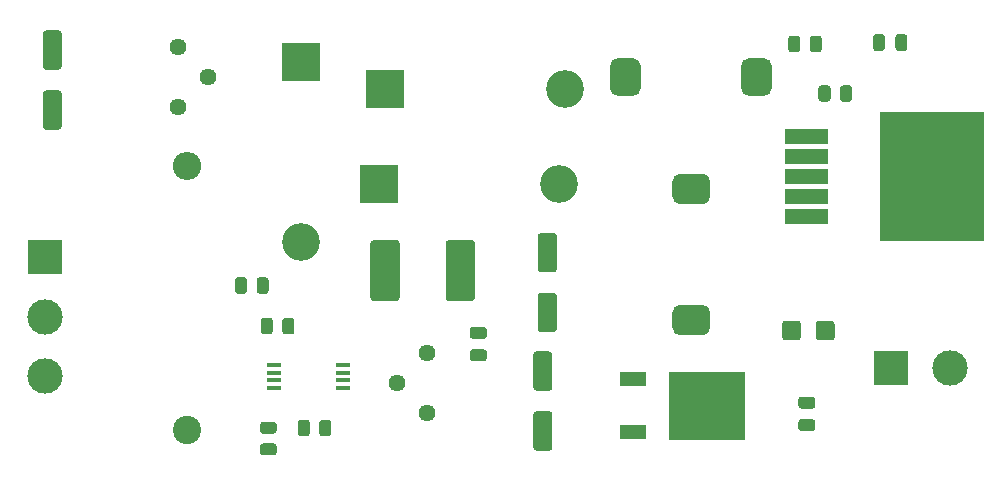
<source format=gbr>
%TF.GenerationSoftware,KiCad,Pcbnew,(5.1.10)-1*%
%TF.CreationDate,2021-08-31T13:48:21-07:00*%
%TF.ProjectId,Power Supply,506f7765-7220-4537-9570-706c792e6b69,rev?*%
%TF.SameCoordinates,Original*%
%TF.FileFunction,Soldermask,Top*%
%TF.FilePolarity,Negative*%
%FSLAX46Y46*%
G04 Gerber Fmt 4.6, Leading zero omitted, Abs format (unit mm)*
G04 Created by KiCad (PCBNEW (5.1.10)-1) date 2021-08-31 13:48:21*
%MOMM*%
%LPD*%
G01*
G04 APERTURE LIST*
%ADD10C,0.010000*%
%ADD11R,1.200000X0.350000*%
%ADD12R,6.400000X5.800000*%
%ADD13R,2.200000X1.200000*%
%ADD14C,1.440000*%
%ADD15O,2.400000X2.400000*%
%ADD16C,2.400000*%
%ADD17C,3.000000*%
%ADD18R,3.000000X3.000000*%
%ADD19O,3.200000X3.200000*%
%ADD20R,3.200000X3.200000*%
G04 APERTURE END LIST*
D10*
%TO.C,U1*%
G36*
X243662000Y-51217000D02*
G01*
X247202000Y-51217000D01*
X247202000Y-52357000D01*
X243662000Y-52357000D01*
X243662000Y-51217000D01*
G37*
X243662000Y-51217000D02*
X247202000Y-51217000D01*
X247202000Y-52357000D01*
X243662000Y-52357000D01*
X243662000Y-51217000D01*
G36*
X243662000Y-49517000D02*
G01*
X247202000Y-49517000D01*
X247202000Y-50657000D01*
X243662000Y-50657000D01*
X243662000Y-49517000D01*
G37*
X243662000Y-49517000D02*
X247202000Y-49517000D01*
X247202000Y-50657000D01*
X243662000Y-50657000D01*
X243662000Y-49517000D01*
G36*
X243662000Y-44417000D02*
G01*
X247202000Y-44417000D01*
X247202000Y-45557000D01*
X243662000Y-45557000D01*
X243662000Y-44417000D01*
G37*
X243662000Y-44417000D02*
X247202000Y-44417000D01*
X247202000Y-45557000D01*
X243662000Y-45557000D01*
X243662000Y-44417000D01*
G36*
X243662000Y-46117000D02*
G01*
X247202000Y-46117000D01*
X247202000Y-47257000D01*
X243662000Y-47257000D01*
X243662000Y-46117000D01*
G37*
X243662000Y-46117000D02*
X247202000Y-46117000D01*
X247202000Y-47257000D01*
X243662000Y-47257000D01*
X243662000Y-46117000D01*
G36*
X243662000Y-47817000D02*
G01*
X247202000Y-47817000D01*
X247202000Y-48957000D01*
X243662000Y-48957000D01*
X243662000Y-47817000D01*
G37*
X243662000Y-47817000D02*
X247202000Y-47817000D01*
X247202000Y-48957000D01*
X243662000Y-48957000D01*
X243662000Y-47817000D01*
G36*
X251662000Y-42967000D02*
G01*
X260402000Y-42967000D01*
X260402000Y-53807000D01*
X251662000Y-53807000D01*
X251662000Y-42967000D01*
G37*
X251662000Y-42967000D02*
X260402000Y-42967000D01*
X260402000Y-53807000D01*
X251662000Y-53807000D01*
X251662000Y-42967000D01*
%TD*%
D11*
%TO.C,U3*%
X200381680Y-64371580D03*
X200381680Y-65021581D03*
X200381680Y-65671581D03*
X200381680Y-66321581D03*
X206231680Y-66321581D03*
X206231680Y-65671581D03*
X206231680Y-65021581D03*
X206231680Y-64371580D03*
%TD*%
D12*
%TO.C,U2*%
X237050000Y-67818000D03*
D13*
X230750000Y-70098000D03*
X230750000Y-65538000D03*
%TD*%
D14*
%TO.C,Current*%
X213360000Y-63373000D03*
X210820000Y-65913000D03*
X213360000Y-68453000D03*
%TD*%
%TO.C,Voltage*%
X192278000Y-42545000D03*
X194818000Y-40005000D03*
X192278000Y-37465000D03*
%TD*%
%TO.C,R7*%
G36*
G01*
X204211500Y-70173001D02*
X204211500Y-69272999D01*
G75*
G02*
X204461499Y-69023000I249999J0D01*
G01*
X204986501Y-69023000D01*
G75*
G02*
X205236500Y-69272999I0J-249999D01*
G01*
X205236500Y-70173001D01*
G75*
G02*
X204986501Y-70423000I-249999J0D01*
G01*
X204461499Y-70423000D01*
G75*
G02*
X204211500Y-70173001I0J249999D01*
G01*
G37*
G36*
G01*
X202386500Y-70173001D02*
X202386500Y-69272999D01*
G75*
G02*
X202636499Y-69023000I249999J0D01*
G01*
X203161501Y-69023000D01*
G75*
G02*
X203411500Y-69272999I0J-249999D01*
G01*
X203411500Y-70173001D01*
G75*
G02*
X203161501Y-70423000I-249999J0D01*
G01*
X202636499Y-70423000D01*
G75*
G02*
X202386500Y-70173001I0J249999D01*
G01*
G37*
%TD*%
%TO.C,R6*%
G36*
G01*
X200348001Y-70212000D02*
X199447999Y-70212000D01*
G75*
G02*
X199198000Y-69962001I0J249999D01*
G01*
X199198000Y-69436999D01*
G75*
G02*
X199447999Y-69187000I249999J0D01*
G01*
X200348001Y-69187000D01*
G75*
G02*
X200598000Y-69436999I0J-249999D01*
G01*
X200598000Y-69962001D01*
G75*
G02*
X200348001Y-70212000I-249999J0D01*
G01*
G37*
G36*
G01*
X200348001Y-72037000D02*
X199447999Y-72037000D01*
G75*
G02*
X199198000Y-71787001I0J249999D01*
G01*
X199198000Y-71261999D01*
G75*
G02*
X199447999Y-71012000I249999J0D01*
G01*
X200348001Y-71012000D01*
G75*
G02*
X200598000Y-71261999I0J-249999D01*
G01*
X200598000Y-71787001D01*
G75*
G02*
X200348001Y-72037000I-249999J0D01*
G01*
G37*
%TD*%
D15*
%TO.C,R5*%
X193040000Y-47498000D03*
D16*
X193040000Y-69898000D03*
%TD*%
%TO.C,R4*%
G36*
G01*
X201083500Y-61537001D02*
X201083500Y-60636999D01*
G75*
G02*
X201333499Y-60387000I249999J0D01*
G01*
X201858501Y-60387000D01*
G75*
G02*
X202108500Y-60636999I0J-249999D01*
G01*
X202108500Y-61537001D01*
G75*
G02*
X201858501Y-61787000I-249999J0D01*
G01*
X201333499Y-61787000D01*
G75*
G02*
X201083500Y-61537001I0J249999D01*
G01*
G37*
G36*
G01*
X199258500Y-61537001D02*
X199258500Y-60636999D01*
G75*
G02*
X199508499Y-60387000I249999J0D01*
G01*
X200033501Y-60387000D01*
G75*
G02*
X200283500Y-60636999I0J-249999D01*
G01*
X200283500Y-61537001D01*
G75*
G02*
X200033501Y-61787000I-249999J0D01*
G01*
X199508499Y-61787000D01*
G75*
G02*
X199258500Y-61537001I0J249999D01*
G01*
G37*
%TD*%
%TO.C,R3*%
G36*
G01*
X198901000Y-58108001D02*
X198901000Y-57207999D01*
G75*
G02*
X199150999Y-56958000I249999J0D01*
G01*
X199676001Y-56958000D01*
G75*
G02*
X199926000Y-57207999I0J-249999D01*
G01*
X199926000Y-58108001D01*
G75*
G02*
X199676001Y-58358000I-249999J0D01*
G01*
X199150999Y-58358000D01*
G75*
G02*
X198901000Y-58108001I0J249999D01*
G01*
G37*
G36*
G01*
X197076000Y-58108001D02*
X197076000Y-57207999D01*
G75*
G02*
X197325999Y-56958000I249999J0D01*
G01*
X197851001Y-56958000D01*
G75*
G02*
X198101000Y-57207999I0J-249999D01*
G01*
X198101000Y-58108001D01*
G75*
G02*
X197851001Y-58358000I-249999J0D01*
G01*
X197325999Y-58358000D01*
G75*
G02*
X197076000Y-58108001I0J249999D01*
G01*
G37*
%TD*%
%TO.C,R2*%
G36*
G01*
X245740500Y-37661001D02*
X245740500Y-36760999D01*
G75*
G02*
X245990499Y-36511000I249999J0D01*
G01*
X246515501Y-36511000D01*
G75*
G02*
X246765500Y-36760999I0J-249999D01*
G01*
X246765500Y-37661001D01*
G75*
G02*
X246515501Y-37911000I-249999J0D01*
G01*
X245990499Y-37911000D01*
G75*
G02*
X245740500Y-37661001I0J249999D01*
G01*
G37*
G36*
G01*
X243915500Y-37661001D02*
X243915500Y-36760999D01*
G75*
G02*
X244165499Y-36511000I249999J0D01*
G01*
X244690501Y-36511000D01*
G75*
G02*
X244940500Y-36760999I0J-249999D01*
G01*
X244940500Y-37661001D01*
G75*
G02*
X244690501Y-37911000I-249999J0D01*
G01*
X244165499Y-37911000D01*
G75*
G02*
X243915500Y-37661001I0J249999D01*
G01*
G37*
%TD*%
%TO.C,R1*%
G36*
G01*
X247504000Y-40951999D02*
X247504000Y-41852001D01*
G75*
G02*
X247254001Y-42102000I-249999J0D01*
G01*
X246728999Y-42102000D01*
G75*
G02*
X246479000Y-41852001I0J249999D01*
G01*
X246479000Y-40951999D01*
G75*
G02*
X246728999Y-40702000I249999J0D01*
G01*
X247254001Y-40702000D01*
G75*
G02*
X247504000Y-40951999I0J-249999D01*
G01*
G37*
G36*
G01*
X249329000Y-40951999D02*
X249329000Y-41852001D01*
G75*
G02*
X249079001Y-42102000I-249999J0D01*
G01*
X248553999Y-42102000D01*
G75*
G02*
X248304000Y-41852001I0J249999D01*
G01*
X248304000Y-40951999D01*
G75*
G02*
X248553999Y-40702000I249999J0D01*
G01*
X249079001Y-40702000D01*
G75*
G02*
X249329000Y-40951999I0J-249999D01*
G01*
G37*
%TD*%
%TO.C,L2*%
G36*
G01*
X231424000Y-39055000D02*
X231424000Y-40955000D01*
G75*
G02*
X230774000Y-41605000I-650000J0D01*
G01*
X229474000Y-41605000D01*
G75*
G02*
X228824000Y-40955000I0J650000D01*
G01*
X228824000Y-39055000D01*
G75*
G02*
X229474000Y-38405000I650000J0D01*
G01*
X230774000Y-38405000D01*
G75*
G02*
X231424000Y-39055000I0J-650000D01*
G01*
G37*
G36*
G01*
X242524000Y-39055000D02*
X242524000Y-40955000D01*
G75*
G02*
X241874000Y-41605000I-650000J0D01*
G01*
X240574000Y-41605000D01*
G75*
G02*
X239924000Y-40955000I0J650000D01*
G01*
X239924000Y-39055000D01*
G75*
G02*
X240574000Y-38405000I650000J0D01*
G01*
X241874000Y-38405000D01*
G75*
G02*
X242524000Y-39055000I0J-650000D01*
G01*
G37*
%TD*%
%TO.C,L1*%
G36*
G01*
X236662000Y-50779000D02*
X234762000Y-50779000D01*
G75*
G02*
X234112000Y-50129000I0J650000D01*
G01*
X234112000Y-48829000D01*
G75*
G02*
X234762000Y-48179000I650000J0D01*
G01*
X236662000Y-48179000D01*
G75*
G02*
X237312000Y-48829000I0J-650000D01*
G01*
X237312000Y-50129000D01*
G75*
G02*
X236662000Y-50779000I-650000J0D01*
G01*
G37*
G36*
G01*
X236662000Y-61879000D02*
X234762000Y-61879000D01*
G75*
G02*
X234112000Y-61229000I0J650000D01*
G01*
X234112000Y-59929000D01*
G75*
G02*
X234762000Y-59279000I650000J0D01*
G01*
X236662000Y-59279000D01*
G75*
G02*
X237312000Y-59929000I0J-650000D01*
G01*
X237312000Y-61229000D01*
G75*
G02*
X236662000Y-61879000I-650000J0D01*
G01*
G37*
%TD*%
D17*
%TO.C,GND    -     +*%
X180975000Y-65278000D03*
X180975000Y-60278000D03*
D18*
X180975000Y-55278000D03*
%TD*%
D17*
%TO.C,+     -*%
X257603000Y-64643000D03*
D18*
X252603000Y-64643000D03*
%TD*%
%TO.C,F1*%
G36*
G01*
X246243000Y-62043000D02*
X246243000Y-60893000D01*
G75*
G02*
X246493000Y-60643000I250000J0D01*
G01*
X247593000Y-60643000D01*
G75*
G02*
X247843000Y-60893000I0J-250000D01*
G01*
X247843000Y-62043000D01*
G75*
G02*
X247593000Y-62293000I-250000J0D01*
G01*
X246493000Y-62293000D01*
G75*
G02*
X246243000Y-62043000I0J250000D01*
G01*
G37*
G36*
G01*
X243393000Y-62043000D02*
X243393000Y-60893000D01*
G75*
G02*
X243643000Y-60643000I250000J0D01*
G01*
X244743000Y-60643000D01*
G75*
G02*
X244993000Y-60893000I0J-250000D01*
G01*
X244993000Y-62043000D01*
G75*
G02*
X244743000Y-62293000I-250000J0D01*
G01*
X243643000Y-62293000D01*
G75*
G02*
X243393000Y-62043000I0J250000D01*
G01*
G37*
%TD*%
D19*
%TO.C,D4*%
X202692000Y-53975000D03*
D20*
X202692000Y-38735000D03*
%TD*%
D19*
%TO.C,D3*%
X225044000Y-41021000D03*
D20*
X209804000Y-41021000D03*
%TD*%
D19*
%TO.C,D2*%
X224536000Y-49022000D03*
D20*
X209296000Y-49022000D03*
%TD*%
%TO.C,D1*%
G36*
G01*
X214916500Y-58713001D02*
X214916500Y-54062999D01*
G75*
G02*
X215166499Y-53813000I249999J0D01*
G01*
X217141501Y-53813000D01*
G75*
G02*
X217391500Y-54062999I0J-249999D01*
G01*
X217391500Y-58713001D01*
G75*
G02*
X217141501Y-58963000I-249999J0D01*
G01*
X215166499Y-58963000D01*
G75*
G02*
X214916500Y-58713001I0J249999D01*
G01*
G37*
G36*
G01*
X208541500Y-58713001D02*
X208541500Y-54062999D01*
G75*
G02*
X208791499Y-53813000I249999J0D01*
G01*
X210766501Y-53813000D01*
G75*
G02*
X211016500Y-54062999I0J-249999D01*
G01*
X211016500Y-58713001D01*
G75*
G02*
X210766501Y-58963000I-249999J0D01*
G01*
X208791499Y-58963000D01*
G75*
G02*
X208541500Y-58713001I0J249999D01*
G01*
G37*
%TD*%
%TO.C,C6*%
G36*
G01*
X222589000Y-68309500D02*
X223689000Y-68309500D01*
G75*
G02*
X223939000Y-68559500I0J-250000D01*
G01*
X223939000Y-71384500D01*
G75*
G02*
X223689000Y-71634500I-250000J0D01*
G01*
X222589000Y-71634500D01*
G75*
G02*
X222339000Y-71384500I0J250000D01*
G01*
X222339000Y-68559500D01*
G75*
G02*
X222589000Y-68309500I250000J0D01*
G01*
G37*
G36*
G01*
X222589000Y-63234500D02*
X223689000Y-63234500D01*
G75*
G02*
X223939000Y-63484500I0J-250000D01*
G01*
X223939000Y-66309500D01*
G75*
G02*
X223689000Y-66559500I-250000J0D01*
G01*
X222589000Y-66559500D01*
G75*
G02*
X222339000Y-66309500I0J250000D01*
G01*
X222339000Y-63484500D01*
G75*
G02*
X222589000Y-63234500I250000J0D01*
G01*
G37*
%TD*%
%TO.C,C5*%
G36*
G01*
X218153000Y-62161000D02*
X217203000Y-62161000D01*
G75*
G02*
X216953000Y-61911000I0J250000D01*
G01*
X216953000Y-61411000D01*
G75*
G02*
X217203000Y-61161000I250000J0D01*
G01*
X218153000Y-61161000D01*
G75*
G02*
X218403000Y-61411000I0J-250000D01*
G01*
X218403000Y-61911000D01*
G75*
G02*
X218153000Y-62161000I-250000J0D01*
G01*
G37*
G36*
G01*
X218153000Y-64061000D02*
X217203000Y-64061000D01*
G75*
G02*
X216953000Y-63811000I0J250000D01*
G01*
X216953000Y-63311000D01*
G75*
G02*
X217203000Y-63061000I250000J0D01*
G01*
X218153000Y-63061000D01*
G75*
G02*
X218403000Y-63311000I0J-250000D01*
G01*
X218403000Y-63811000D01*
G75*
G02*
X218153000Y-64061000I-250000J0D01*
G01*
G37*
%TD*%
%TO.C,C4*%
G36*
G01*
X182160000Y-39386500D02*
X181060000Y-39386500D01*
G75*
G02*
X180810000Y-39136500I0J250000D01*
G01*
X180810000Y-36311500D01*
G75*
G02*
X181060000Y-36061500I250000J0D01*
G01*
X182160000Y-36061500D01*
G75*
G02*
X182410000Y-36311500I0J-250000D01*
G01*
X182410000Y-39136500D01*
G75*
G02*
X182160000Y-39386500I-250000J0D01*
G01*
G37*
G36*
G01*
X182160000Y-44461500D02*
X181060000Y-44461500D01*
G75*
G02*
X180810000Y-44211500I0J250000D01*
G01*
X180810000Y-41386500D01*
G75*
G02*
X181060000Y-41136500I250000J0D01*
G01*
X182160000Y-41136500D01*
G75*
G02*
X182410000Y-41386500I0J-250000D01*
G01*
X182410000Y-44211500D01*
G75*
G02*
X182160000Y-44461500I-250000J0D01*
G01*
G37*
%TD*%
%TO.C,C3*%
G36*
G01*
X252092000Y-36609000D02*
X252092000Y-37559000D01*
G75*
G02*
X251842000Y-37809000I-250000J0D01*
G01*
X251342000Y-37809000D01*
G75*
G02*
X251092000Y-37559000I0J250000D01*
G01*
X251092000Y-36609000D01*
G75*
G02*
X251342000Y-36359000I250000J0D01*
G01*
X251842000Y-36359000D01*
G75*
G02*
X252092000Y-36609000I0J-250000D01*
G01*
G37*
G36*
G01*
X253992000Y-36609000D02*
X253992000Y-37559000D01*
G75*
G02*
X253742000Y-37809000I-250000J0D01*
G01*
X253242000Y-37809000D01*
G75*
G02*
X252992000Y-37559000I0J250000D01*
G01*
X252992000Y-36609000D01*
G75*
G02*
X253242000Y-36359000I250000J0D01*
G01*
X253742000Y-36359000D01*
G75*
G02*
X253992000Y-36609000I0J-250000D01*
G01*
G37*
%TD*%
%TO.C,C2*%
G36*
G01*
X222970000Y-58279000D02*
X224070000Y-58279000D01*
G75*
G02*
X224320000Y-58529000I0J-250000D01*
G01*
X224320000Y-61354000D01*
G75*
G02*
X224070000Y-61604000I-250000J0D01*
G01*
X222970000Y-61604000D01*
G75*
G02*
X222720000Y-61354000I0J250000D01*
G01*
X222720000Y-58529000D01*
G75*
G02*
X222970000Y-58279000I250000J0D01*
G01*
G37*
G36*
G01*
X222970000Y-53204000D02*
X224070000Y-53204000D01*
G75*
G02*
X224320000Y-53454000I0J-250000D01*
G01*
X224320000Y-56279000D01*
G75*
G02*
X224070000Y-56529000I-250000J0D01*
G01*
X222970000Y-56529000D01*
G75*
G02*
X222720000Y-56279000I0J250000D01*
G01*
X222720000Y-53454000D01*
G75*
G02*
X222970000Y-53204000I250000J0D01*
G01*
G37*
%TD*%
%TO.C,C1*%
G36*
G01*
X245966000Y-68069000D02*
X245016000Y-68069000D01*
G75*
G02*
X244766000Y-67819000I0J250000D01*
G01*
X244766000Y-67319000D01*
G75*
G02*
X245016000Y-67069000I250000J0D01*
G01*
X245966000Y-67069000D01*
G75*
G02*
X246216000Y-67319000I0J-250000D01*
G01*
X246216000Y-67819000D01*
G75*
G02*
X245966000Y-68069000I-250000J0D01*
G01*
G37*
G36*
G01*
X245966000Y-69969000D02*
X245016000Y-69969000D01*
G75*
G02*
X244766000Y-69719000I0J250000D01*
G01*
X244766000Y-69219000D01*
G75*
G02*
X245016000Y-68969000I250000J0D01*
G01*
X245966000Y-68969000D01*
G75*
G02*
X246216000Y-69219000I0J-250000D01*
G01*
X246216000Y-69719000D01*
G75*
G02*
X245966000Y-69969000I-250000J0D01*
G01*
G37*
%TD*%
M02*

</source>
